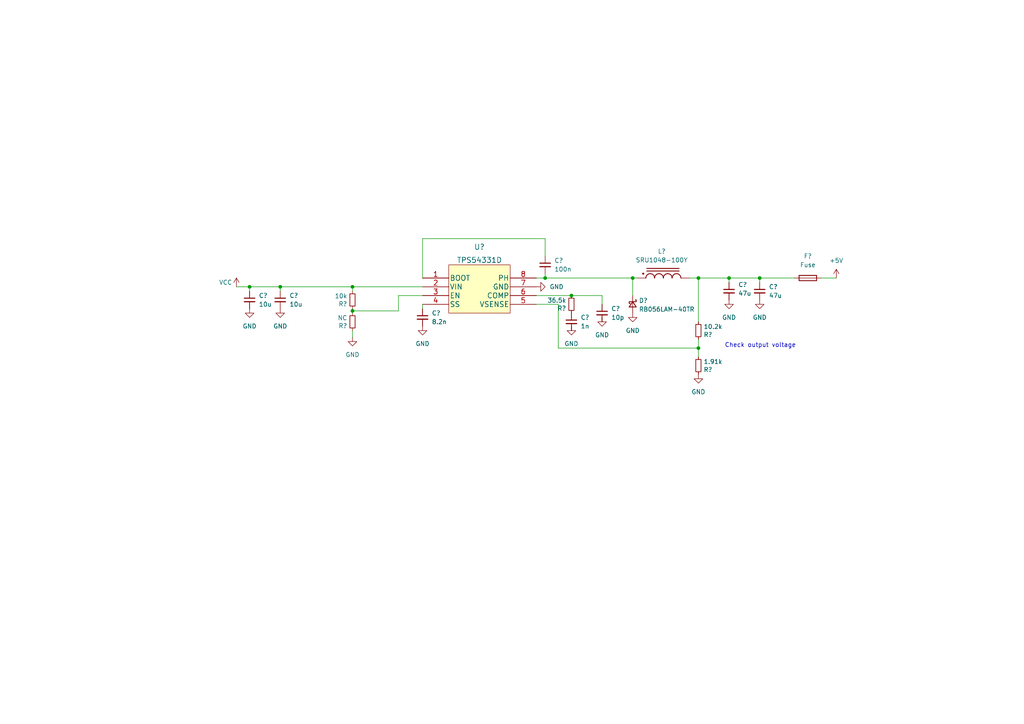
<source format=kicad_sch>
(kicad_sch (version 20211123) (generator eeschema)
  (paper "A4")
  (lib_symbols
    (symbol "Device:C_Small" (pin_numbers hide) (pin_names (offset 0.254) hide)
      (property "Reference" "C" (at 0.254 1.778 0))
      (property "Value" "C_Small" (at 0.254 -2.032 0))
      (symbol "C_Small_0_1"
        (polyline (pts (xy -1.524 -0.508) (xy 1.524 -0.508)) (stroke (width 0.3302)))
        (polyline (pts (xy -1.524 0.508) (xy 1.524 0.508)) (stroke (width 0.3048)))
      )
      (symbol "C_Small_1_1"
        (pin passive line (at 0 2.54 270) (length 2.032) (name "~") (number "1"))
        (pin passive line (at 0 -2.54 90) (length 2.032) (name "~") (number "2"))
      )
    )
    (symbol "Device:D_Schottky_Small" (pin_numbers hide) (pin_names (offset 0.254) hide)
      (property "Reference" "D" (at -1.27 2.032 0))
      (property "Value" "D_Schottky_Small" (at -7.112 -2.032 0))
      (symbol "D_Schottky_Small_0_1"
        (polyline (pts (xy -0.762 0) (xy 0.762 0)))
        (polyline (pts (xy 0.762 -1.016) (xy -0.762 0) (xy 0.762 1.016) (xy 0.762 -1.016)) (stroke (width 0.254)))
        (polyline (pts (xy -1.27 0.762) (xy -1.27 1.016) (xy -0.762 1.016) (xy -0.762 -1.016) (xy -0.254 -1.016) (xy -0.254 -0.762)) (stroke (width 0.254)))
      )
      (symbol "D_Schottky_Small_1_1"
        (pin passive line (at -2.54 0 0) (length 1.778) (name "K") (number "1"))
        (pin passive line (at 2.54 0 180) (length 1.778) (name "A") (number "2"))
      )
    )
    (symbol "Device:Fuse" (pin_numbers hide) (pin_names (offset 0))
      (property "Reference" "F" (at 2.032 0 90))
      (property "Value" "Fuse" (at -1.905 0 90))
      (symbol "Fuse_0_1"
        (rectangle (start -0.762 -2.54) (end 0.762 2.54) (stroke (width 0.254)))
        (polyline (pts (xy 0 2.54) (xy 0 -2.54)))
      )
      (symbol "Fuse_1_1"
        (pin passive line (at 0 3.81 270) (length 1.27) (name "~") (number "1"))
        (pin passive line (at 0 -3.81 90) (length 1.27) (name "~") (number "2"))
      )
    )
    (symbol "Device:R_Small" (pin_numbers hide) (pin_names (offset 0.254) hide)
      (property "Reference" "R" (at 0.762 0.508 0))
      (property "Value" "R_Small" (at 0.762 -1.016 0))
      (symbol "R_Small_0_1"
        (rectangle (start -0.762 1.778) (end 0.762 -1.778) (stroke (width 0.2032)))
      )
      (symbol "R_Small_1_1"
        (pin passive line (at 0 2.54 270) (length 0.762) (name "~") (number "1"))
        (pin passive line (at 0 -2.54 90) (length 0.762) (name "~") (number "2"))
      )
    )
    (symbol "SRU1048-100Y:SRU1048-100Y" (pin_numbers hide) (pin_names (offset 1.016) hide)
      (property "Reference" "L" (at -5.334 3.81 0))
      (property "Value" "SRU1048-100Y" (at -5.842 -2.54 0))
      (symbol "SRU1048-100Y_0_0"
        (circle (center -5.842 1.27) (radius 0.1524) (stroke (width 0.3048)))
        (arc (start -3.81 1.27) (mid -4.708 0.898) (end -5.08 0) (stroke (width 0.254)))
        (arc (start -2.54 0) (mid -2.912 0.898) (end -3.81 1.27) (stroke (width 0.254)))
        (arc (start -1.27 1.27) (mid -2.168 0.898) (end -2.54 0) (stroke (width 0.254)))
        (arc (start 0 0) (mid -0.372 0.898) (end -1.27 1.27) (stroke (width 0.254)))
        (polyline (pts (xy -4.826 2.032) (xy 4.572 2.032)) (stroke (width 0.254)))
        (polyline (pts (xy -4.826 2.794) (xy 4.572 2.794)) (stroke (width 0.254)))
        (arc (start 1.27 1.27) (mid 0.372 0.898) (end 0 0) (stroke (width 0.254)))
        (arc (start 2.54 0) (mid 2.168 0.898) (end 1.27 1.27) (stroke (width 0.254)))
        (arc (start 3.81 1.27) (mid 2.912 0.898) (end 2.54 0) (stroke (width 0.254)))
        (arc (start 5.08 0) (mid 4.708 0.898) (end 3.81 1.27) (stroke (width 0.254)))
        (pin passive line (at -7.62 0 0) (length 2.54) (name "~") (number "1"))
        (pin passive line (at 7.62 0 180) (length 2.54) (name "~") (number "2"))
      )
    )
    (symbol "TPS54331D:TPS54331D" (pin_names (offset 0.254))
      (property "Reference" "U" (at 33.02 10.16 0))
      (property "Value" "TPS54331D" (at 33.02 7.62 0))
      (symbol "TPS54331D_0_1"
        (rectangle (start 22.86 3.81) (end 40.64 -10.16) (fill (type background)))
      )
      (symbol "TPS54331D_1_1"
        (pin unspecified line (at 15.24 0 0) (length 7.62) (name "BOOT") (number "1"))
        (pin input line (at 15.24 -2.54 0) (length 7.62) (name "VIN") (number "2"))
        (pin unspecified line (at 15.24 -5.08 0) (length 7.62) (name "EN") (number "3"))
        (pin unspecified line (at 15.24 -7.62 0) (length 7.62) (name "SS") (number "4"))
        (pin unspecified line (at 48.26 -7.62 180) (length 7.62) (name "VSENSE") (number "5"))
        (pin output line (at 48.26 -5.08 180) (length 7.62) (name "COMP") (number "6"))
        (pin power_in line (at 48.26 -2.54 180) (length 7.62) (name "GND") (number "7"))
        (pin power_in line (at 48.26 0 180) (length 7.62) (name "PH") (number "8"))
      )
    )
    (symbol "power:+5V" (power) (pin_names (offset 0))
      (property "Value" "+5V" (at 0 3.556 0))
      (symbol "+5V_0_1"
        (polyline (pts (xy -0.762 1.27) (xy 0 2.54)))
        (polyline (pts (xy 0 0) (xy 0 2.54)))
        (polyline (pts (xy 0 2.54) (xy 0.762 1.27)))
      )
      (symbol "+5V_1_1"
        (pin power_in line (at 0 0 90) (length 0) hide (name "+5V") (number "1"))
      )
    )
    (symbol "power:GND" (power) (pin_names (offset 0))
      (property "Value" "GND" (at 0 -3.81 0))
      (symbol "GND_0_1"
        (polyline (pts (xy 0 0) (xy 0 -1.27) (xy 1.27 -1.27) (xy 0 -2.54) (xy -1.27 -1.27) (xy 0 -1.27)))
      )
      (symbol "GND_1_1"
        (pin power_in line (at 0 0 270) (length 0) hide (name "GND") (number "1"))
      )
    )
    (symbol "power:VCC" (power) (pin_names (offset 0))
      (property "Value" "VCC" (at 0 3.81 0))
      (symbol "VCC_0_1"
        (polyline (pts (xy -0.762 1.27) (xy 0 2.54)))
        (polyline (pts (xy 0 0) (xy 0 2.54)))
        (polyline (pts (xy 0 2.54) (xy 0.762 1.27)))
      )
      (symbol "VCC_1_1"
        (pin power_in line (at 0 0 90) (length 0) hide (name "VCC") (number "1"))
      )
    )
  )
  (junction (at 211.455 80.645))
  (junction (at 72.39 83.185))
  (junction (at 165.735 85.725))
  (junction (at 183.515 80.645))
  (junction (at 102.235 83.185))
  (junction (at 81.28 83.185))
  (junction (at 102.235 90.17))
  (junction (at 158.115 80.645))
  (junction (at 220.345 80.645))
  (junction (at 202.565 100.965))
  (junction (at 202.565 80.645))
  (wire (pts (xy 158.115 69.215) (xy 158.115 74.295)))
  (wire (pts (xy 220.345 80.645) (xy 230.505 80.645)))
  (wire (pts (xy 202.565 100.965) (xy 202.565 98.425)))
  (wire (pts (xy 158.115 69.215) (xy 122.555 69.215)))
  (wire (pts (xy 81.28 84.455) (xy 81.28 83.185)))
  (wire (pts (xy 161.925 100.965) (xy 202.565 100.965)))
  (wire (pts (xy 72.39 83.185) (xy 81.28 83.185)))
  (wire (pts (xy 161.925 88.265) (xy 161.925 100.965)))
  (wire (pts (xy 202.565 103.505) (xy 202.565 100.965)))
  (wire (pts (xy 220.345 80.645) (xy 211.455 80.645)))
  (wire (pts (xy 155.575 80.645) (xy 158.115 80.645)))
  (wire (pts (xy 211.455 80.645) (xy 202.565 80.645)))
  (wire (pts (xy 183.515 80.645) (xy 183.515 85.725)))
  (wire (pts (xy 161.925 88.265) (xy 155.575 88.265)))
  (wire (pts (xy 102.235 90.17) (xy 102.235 90.805)))
  (wire (pts (xy 202.565 93.345) (xy 202.565 80.645)))
  (wire (pts (xy 211.455 81.915) (xy 211.455 80.645)))
  (wire (pts (xy 72.39 84.455) (xy 72.39 83.185)))
  (wire (pts (xy 102.235 95.885) (xy 102.235 97.79)))
  (wire (pts (xy 68.58 83.185) (xy 72.39 83.185)))
  (wire (pts (xy 115.57 90.17) (xy 115.57 85.725)))
  (wire (pts (xy 183.515 80.645) (xy 184.785 80.645)))
  (wire (pts (xy 102.235 83.185) (xy 102.235 84.455)))
  (wire (pts (xy 165.735 85.725) (xy 155.575 85.725)))
  (wire (pts (xy 220.345 81.915) (xy 220.345 80.645)))
  (wire (pts (xy 174.625 92.075) (xy 174.625 93.345)))
  (wire (pts (xy 238.125 80.645) (xy 242.57 80.645)))
  (wire (pts (xy 115.57 85.725) (xy 122.555 85.725)))
  (wire (pts (xy 81.28 83.185) (xy 102.235 83.185)))
  (wire (pts (xy 158.115 80.645) (xy 183.515 80.645)))
  (wire (pts (xy 102.235 89.535) (xy 102.235 90.17)))
  (wire (pts (xy 158.115 79.375) (xy 158.115 80.645)))
  (wire (pts (xy 174.625 85.725) (xy 165.735 85.725)))
  (wire (pts (xy 102.235 83.185) (xy 122.555 83.185)))
  (wire (pts (xy 200.025 80.645) (xy 202.565 80.645)))
  (wire (pts (xy 165.735 94.615) (xy 165.735 95.885)))
  (wire (pts (xy 102.235 90.17) (xy 115.57 90.17)))
  (wire (pts (xy 122.555 69.215) (xy 122.555 80.645)))
  (wire (pts (xy 174.625 88.265) (xy 174.625 85.725)))
  (wire (pts (xy 122.555 88.265) (xy 122.555 89.535)))
  (text "Check output voltage" (at 210.185 100.965 0) (effects (font (size 1.27 1.27)) (justify left bottom)))
  (symbol (lib_id "power:GND") (at 155.575 83.185 90) (unit 1)
    (property "Reference" "#PWR?" (effects hide))
    (property "Value" "GND" (at 159.385 83.1849 90) (effects (justify right)))
  )
  (symbol (lib_id "power:GND") (at 102.235 97.79 0) (unit 1)
    (property "Reference" "#PWR?" (effects hide))
    (property "Value" "GND" (at 102.235 102.87 0))
  )
  (symbol (lib_id "Device:C_Small") (at 211.455 84.455 0) (unit 1)
    (property "Reference" "C?" (at 214.122 82.5562 0) (effects (justify left)))
    (property "Value" "47u" (at 214.122 85.0962 0) (effects (justify left)))
    (property "Footprint" "Capacitor_SMD:C_0805_2012Metric_Pad1.18x1.45mm_HandSolder" (effects hide))
  )
  (symbol (lib_id "power:+5V") (at 242.57 80.645 0) (unit 1)
    (property "Reference" "#PWR?" (effects hide))
    (property "Value" "+5V" (at 242.57 75.565 0))
  )
  (symbol (lib_id "Device:C_Small") (at 81.28 86.995 0) (unit 1)
    (property "Reference" "C?" (at 83.947 85.7312 0) (effects (justify left)))
    (property "Value" "10u" (at 83.947 88.2712 0) (effects (justify left)))
    (property "Footprint" "Capacitor_SMD:C_0805_2012Metric_Pad1.18x1.45mm_HandSolder" (effects hide))
  )
  (symbol (lib_id "power:GND") (at 81.28 89.535 0) (unit 1)
    (property "Reference" "#PWR?" (effects hide))
    (property "Value" "GND" (at 81.28 94.615 0))
  )
  (symbol (lib_id "power:GND") (at 165.735 94.615 0) (unit 1)
    (property "Reference" "#PWR?" (effects hide))
    (property "Value" "GND" (at 165.735 99.695 0))
  )
  (symbol (lib_id "TPS54331D:TPS54331D") (at 107.315 80.645 0) (unit 1)
    (property "Reference" "U?" (at 139.065 71.628 0) (effects (font (size 1.524 1.524))))
    (property "Value" "TPS54331D" (at 139.065 75.438 0) (effects (font (size 1.524 1.524))))
    (property "Footprint" "Footprints:TPS54331D" (effects hide))
    (property "Datasheet" "https://www.ti.com/general/docs/suppproductinfo.tsp?distId=10&gotoUrl=https%3A%2F%2Fwww.ti.com%2Flit%2Fgpn%2Ftps54331" (effects hide))
    (property "LCSC#" "C9865" (effects hide))
  )
  (symbol (lib_id "Device:C_Small") (at 220.345 84.455 0) (unit 1)
    (property "Reference" "C?" (at 223.012 83.1912 0) (effects (justify left)))
    (property "Value" "47u" (at 223.012 85.7312 0) (effects (justify left)))
    (property "Footprint" "Capacitor_SMD:C_0805_2012Metric_Pad1.18x1.45mm_HandSolder" (effects hide))
  )
  (symbol (lib_id "Device:C_Small") (at 174.625 90.805 0) (unit 1)
    (property "Reference" "C?" (at 177.292 89.5412 0) (effects (justify left)))
    (property "Value" "10p" (at 177.292 92.0812 0) (effects (justify left)))
    (property "Footprint" "Capacitor_SMD:C_0805_2012Metric_Pad1.18x1.45mm_HandSolder" (effects hide))
  )
  (symbol (lib_id "Device:R_Small") (at 202.565 106.045 0) (mirror x) (unit 1)
    (property "Reference" "R?" (at 204.0636 107.2134 0) (effects (justify left)))
    (property "Value" "1.91k" (at 204.0636 104.902 0) (effects (justify left)))
    (property "Footprint" "Resistor_SMD:R_0603_1608Metric" (effects hide))
  )
  (symbol (lib_id "power:VCC") (at 68.58 83.185 0) (unit 1)
    (property "Reference" "#PWR?" (effects hide))
    (property "Value" "VCC" (at 63.5 81.915 0) (effects (justify left)))
  )
  (symbol (lib_id "power:GND") (at 183.515 90.805 0) (unit 1)
    (property "Reference" "#PWR?" (effects hide))
    (property "Value" "GND" (at 183.515 95.885 0))
  )
  (symbol (lib_id "Device:R_Small") (at 102.235 86.995 180) (unit 1)
    (property "Reference" "R?" (at 100.7364 88.1634 0) (effects (justify left)))
    (property "Value" "10k" (at 100.7364 85.852 0) (effects (justify left)))
    (property "Footprint" "Resistor_SMD:R_0603_1608Metric" (effects hide))
    (property "Datasheet" "https://www.seielect.com/catalog/sei-rmcf_rmcp.pdf" (effects hide))
    (property "MFR#" "RMCF0805FT36K5" (effects hide))
  )
  (symbol (lib_id "Device:R_Small") (at 165.735 88.265 180) (unit 1)
    (property "Reference" "R?" (at 164.2364 89.4334 0) (effects (justify left)))
    (property "Value" "36.5k" (at 164.2364 87.122 0) (effects (justify left)))
    (property "Footprint" "Resistor_SMD:R_0603_1608Metric" (effects hide))
    (property "Datasheet" "https://www.seielect.com/catalog/sei-rmcf_rmcp.pdf" (effects hide))
    (property "MFR#" "RMCF0805FT36K5" (effects hide))
  )
  (symbol (lib_id "SRU1048-100Y:SRU1048-100Y") (at 192.405 80.645 0) (unit 1)
    (property "Reference" "L?" (at 191.9351 72.898 0))
    (property "Value" "SRU1048-100Y" (at 191.9351 75.438 0))
    (property "Footprint" "Footprints:IND_SRU1048-100Y" (effects hide))
    (property "Datasheet" "https://www.bourns.com/docs/Product-Datasheets/SRU1048.pdf" (effects hide))
    (property "STANDARD" "Manufacturer Recommendations" (effects hide))
    (property "PARTREV" "03/18" (effects hide))
    (property "MANUFACTURER" "Bourns" (effects hide))
    (property "MAXIMUM_PACKAGE_HEIGHT" "5.1mm" (effects hide))
  )
  (symbol (lib_id "power:GND") (at 202.565 108.585 0) (unit 1)
    (property "Reference" "#PWR?" (effects hide))
    (property "Value" "GND" (at 202.565 113.665 0))
  )
  (symbol (lib_id "Device:R_Small") (at 202.565 95.885 0) (mirror x) (unit 1)
    (property "Reference" "R?" (at 204.0636 97.0534 0) (effects (justify left)))
    (property "Value" "10.2k" (at 204.0636 94.742 0) (effects (justify left)))
    (property "Footprint" "Resistor_SMD:R_0603_1608Metric" (effects hide))
    (property "Datasheet" "https://www.seielect.com/catalog/sei-rmcf_rmcp.pdf" (effects hide))
    (property "MFR#" "RMCF0805FT10K2" (effects hide))
  )
  (symbol (lib_id "power:GND") (at 174.625 92.075 0) (unit 1)
    (property "Reference" "#PWR?" (effects hide))
    (property "Value" "GND" (at 174.625 97.155 0))
  )
  (symbol (lib_id "Device:D_Schottky_Small") (at 183.515 88.265 270) (unit 1)
    (property "Reference" "D?" (at 185.293 87.1763 90) (effects (justify left)))
    (property "Value" "RB056LAM-40TR" (at 185.293 89.7132 90) (effects (justify left)))
    (property "Footprint" "Footprints:RB056LAM-40TR" (effects hide))
    (property "Datasheet" "https://fscdn.rohm.com/en/products/databook/datasheet/discrete/diode/schottky_barrier/rb056lam-40tr-e.pdf" (effects hide))
  )
  (symbol (lib_id "power:GND") (at 220.345 86.995 0) (unit 1)
    (property "Reference" "#PWR?" (effects hide))
    (property "Value" "GND" (at 220.345 92.075 0))
  )
  (symbol (lib_id "Device:Fuse") (at 234.315 80.645 90) (unit 1)
    (property "Reference" "F?" (at 234.315 74.295 90))
    (property "Value" "Fuse" (at 234.315 76.835 90))
    (property "Footprint" "Resistor_SMD:R_0603_1608Metric" (effects hide))
    (property "Datasheet" "https://datasheet.lcsc.com/lcsc/1811081216_AEM-T0603FF3500TM_C311063.pdf" (effects hide))
    (property "LCSC#" "C311063" (effects hide))
  )
  (symbol (lib_id "power:GND") (at 211.455 86.995 0) (unit 1)
    (property "Reference" "#PWR?" (effects hide))
    (property "Value" "GND" (at 211.455 92.075 0))
  )
  (symbol (lib_id "power:GND") (at 122.555 94.615 0) (unit 1)
    (property "Reference" "#PWR?" (effects hide))
    (property "Value" "GND" (at 122.555 99.695 0))
  )
  (symbol (lib_id "power:GND") (at 72.39 89.535 0) (unit 1)
    (property "Reference" "#PWR?" (effects hide))
    (property "Value" "GND" (at 72.39 94.615 0))
  )
  (symbol (lib_id "Device:C_Small") (at 72.39 86.995 0) (unit 1)
    (property "Reference" "C?" (at 75.057 85.7312 0) (effects (justify left)))
    (property "Value" "10u" (at 75.057 88.2712 0) (effects (justify left)))
    (property "Footprint" "Capacitor_SMD:C_0805_2012Metric_Pad1.18x1.45mm_HandSolder" (effects hide))
  )
  (symbol (lib_id "Device:C_Small") (at 122.555 92.075 0) (unit 1)
    (property "Reference" "C?" (at 125.222 90.8112 0) (effects (justify left)))
    (property "Value" "8.2n" (at 125.222 93.3512 0) (effects (justify left)))
    (property "Footprint" "Capacitor_SMD:C_0805_2012Metric_Pad1.18x1.45mm_HandSolder" (effects hide))
  )
  (symbol (lib_id "Device:C_Small") (at 158.115 76.835 0) (unit 1)
    (property "Reference" "C?" (at 160.782 75.5712 0) (effects (justify left)))
    (property "Value" "100n" (at 160.782 78.1112 0) (effects (justify left)))
    (property "Footprint" "Capacitor_SMD:C_0805_2012Metric_Pad1.18x1.45mm_HandSolder" (effects hide))
  )
  (symbol (lib_id "Device:C_Small") (at 165.735 93.345 0) (unit 1)
    (property "Reference" "C?" (at 168.402 92.0812 0) (effects (justify left)))
    (property "Value" "1n" (at 168.402 94.6212 0) (effects (justify left)))
    (property "Footprint" "Capacitor_SMD:C_0805_2012Metric_Pad1.18x1.45mm_HandSolder" (effects hide))
  )
  (symbol (lib_id "Device:R_Small") (at 102.235 93.345 180) (unit 1)
    (property "Reference" "R?" (at 100.7364 94.5134 0) (effects (justify left)))
    (property "Value" "NC" (at 100.7364 92.202 0) (effects (justify left)))
    (property "Footprint" "Resistor_SMD:R_0603_1608Metric" (effects hide))
    (property "Datasheet" "https://www.seielect.com/catalog/sei-rmcf_rmcp.pdf" (effects hide))
    (property "MFR#" "RMCF0805FT36K5" (effects hide))
  )
)
</source>
